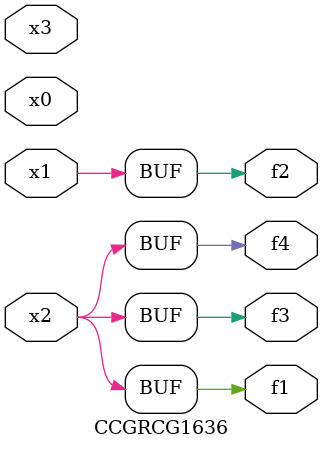
<source format=v>
module CCGRCG1636(
	input x0, x1, x2, x3,
	output f1, f2, f3, f4
);
	assign f1 = x2;
	assign f2 = x1;
	assign f3 = x2;
	assign f4 = x2;
endmodule

</source>
